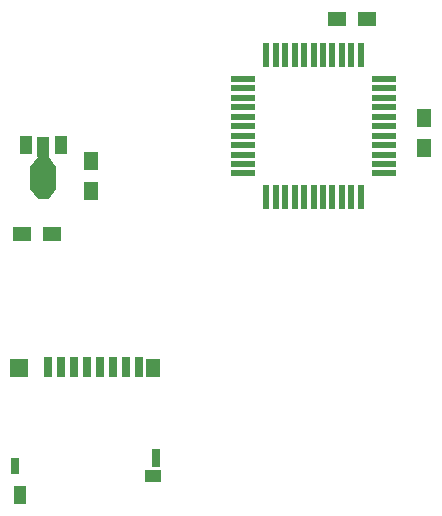
<source format=gtp>
G04 #@! TF.FileFunction,Paste,Top*
%FSLAX46Y46*%
G04 Gerber Fmt 4.6, Leading zero omitted, Abs format (unit mm)*
G04 Created by KiCad (PCBNEW 4.0.6) date Saturday, October 28, 2017 'PMt' 05:19:06 PM*
%MOMM*%
%LPD*%
G01*
G04 APERTURE LIST*
%ADD10C,0.100000*%
%ADD11R,0.700000X1.750000*%
%ADD12R,1.450000X1.000000*%
%ADD13R,1.000000X1.550000*%
%ADD14R,1.300000X1.500000*%
%ADD15R,1.500000X1.500000*%
%ADD16R,0.800000X1.500000*%
%ADD17R,0.800000X1.400000*%
%ADD18R,1.250000X1.500000*%
%ADD19R,1.500000X1.250000*%
%ADD20R,0.500000X2.000000*%
%ADD21R,2.000000X0.500000*%
%ADD22R,1.000000X1.500000*%
%ADD23R,1.000000X1.800000*%
%ADD24R,2.200000X1.840000*%
G04 APERTURE END LIST*
D10*
D11*
X63400000Y-75405000D03*
X62300000Y-75405000D03*
X61200000Y-75405000D03*
X60100000Y-75405000D03*
X59000000Y-75405000D03*
X57900000Y-75405000D03*
X56800000Y-75405000D03*
X55700000Y-75405000D03*
D12*
X64525000Y-84630000D03*
D13*
X53300000Y-86205000D03*
D14*
X64600000Y-75530000D03*
D15*
X53250000Y-75530000D03*
D16*
X64850000Y-83130000D03*
D17*
X52900000Y-83780000D03*
D18*
X87510000Y-54350000D03*
X87510000Y-56850000D03*
D19*
X80170000Y-45970000D03*
X82670000Y-45970000D03*
D20*
X74160000Y-61020000D03*
X74960000Y-61020000D03*
X75760000Y-61020000D03*
X76560000Y-61020000D03*
X77360000Y-61020000D03*
X78160000Y-61020000D03*
X78960000Y-61020000D03*
X79760000Y-61020000D03*
X80560000Y-61020000D03*
X81360000Y-61020000D03*
X82160000Y-61020000D03*
D21*
X84160000Y-59020000D03*
X84160000Y-58220000D03*
X84160000Y-57420000D03*
X84160000Y-56620000D03*
X84160000Y-55820000D03*
X84160000Y-55020000D03*
X84160000Y-54220000D03*
X84160000Y-53420000D03*
X84160000Y-52620000D03*
X84160000Y-51820000D03*
X84160000Y-51020000D03*
D20*
X82160000Y-49020000D03*
X81360000Y-49020000D03*
X80560000Y-49020000D03*
X79760000Y-49020000D03*
X78960000Y-49020000D03*
X78160000Y-49020000D03*
X77360000Y-49020000D03*
X76560000Y-49020000D03*
X75760000Y-49020000D03*
X74960000Y-49020000D03*
X74160000Y-49020000D03*
D21*
X72160000Y-51020000D03*
X72160000Y-51820000D03*
X72160000Y-52620000D03*
X72160000Y-53420000D03*
X72160000Y-54220000D03*
X72160000Y-55020000D03*
X72160000Y-55820000D03*
X72160000Y-56620000D03*
X72160000Y-57420000D03*
X72160000Y-58220000D03*
X72160000Y-59020000D03*
D18*
X59320000Y-57980000D03*
X59320000Y-60480000D03*
D19*
X53510000Y-64130000D03*
X56010000Y-64130000D03*
D10*
G36*
X56390000Y-60318500D02*
X55790000Y-61168500D01*
X54790000Y-61168500D01*
X54190000Y-60318500D01*
X56390000Y-60318500D01*
X56390000Y-60318500D01*
G37*
D22*
X56790000Y-56596500D03*
D23*
X55290000Y-56743000D03*
D22*
X53790000Y-56596500D03*
D24*
X55290000Y-59410000D03*
D10*
G36*
X54190000Y-58500300D02*
X54890000Y-57500300D01*
X55690000Y-57500300D01*
X56390000Y-58500300D01*
X54190000Y-58500300D01*
X54190000Y-58500300D01*
G37*
M02*

</source>
